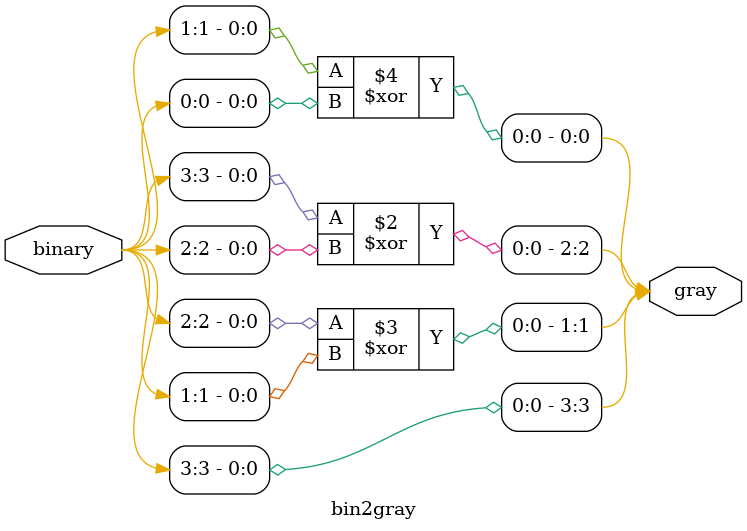
<source format=sv>
module bin2gray (
  input logic [3:0] binary,
  output logic [3:0] gray
);
  // …
  always_comb begin
    gray[3] = binary[3];
    gray[2] = binary[3] ^ binary[2];
    gray[1] = binary[2] ^ binary[1];
    gray[0] = binary[1] ^ binary[0];
  end
  // …
endmodule

</source>
